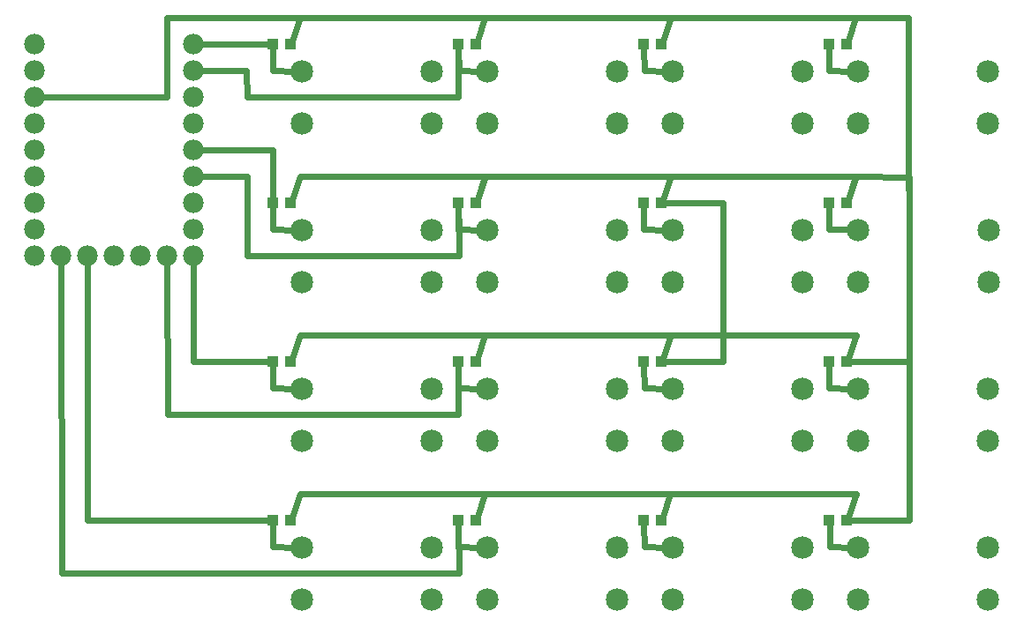
<source format=gtl>
G04 MADE WITH FRITZING*
G04 WWW.FRITZING.ORG*
G04 DOUBLE SIDED*
G04 HOLES PLATED*
G04 CONTOUR ON CENTER OF CONTOUR VECTOR*
%ASAXBY*%
%FSLAX23Y23*%
%MOIN*%
%OFA0B0*%
%SFA1.0B1.0*%
%ADD10C,0.078000*%
%ADD11C,0.085000*%
%ADD12R,0.043307X0.039370*%
%ADD13C,0.024000*%
%LNCOPPER1*%
G90*
G70*
G54D10*
X141Y2298D03*
X141Y2198D03*
X141Y2098D03*
X141Y1998D03*
X141Y1898D03*
X141Y1798D03*
X141Y1698D03*
X141Y1598D03*
X141Y1498D03*
X241Y1498D03*
X341Y1498D03*
X441Y1498D03*
X541Y1498D03*
X641Y1498D03*
X741Y1498D03*
X741Y1598D03*
X741Y1698D03*
X741Y1798D03*
X741Y1898D03*
X741Y1998D03*
X740Y2098D03*
X741Y2198D03*
X741Y2298D03*
G54D11*
X3249Y395D03*
X3249Y198D03*
X3741Y198D03*
X3741Y395D03*
X3249Y395D03*
X3249Y198D03*
X3741Y198D03*
X3741Y395D03*
X2549Y395D03*
X2549Y198D03*
X3041Y198D03*
X3041Y395D03*
X2549Y395D03*
X2549Y198D03*
X3041Y198D03*
X3041Y395D03*
X1849Y395D03*
X1849Y198D03*
X2341Y198D03*
X2341Y395D03*
X1849Y395D03*
X1849Y198D03*
X2341Y198D03*
X2341Y395D03*
X1149Y395D03*
X1149Y198D03*
X1641Y198D03*
X1641Y395D03*
X1149Y395D03*
X1149Y198D03*
X1641Y198D03*
X1641Y395D03*
X3249Y995D03*
X3249Y798D03*
X3741Y798D03*
X3741Y995D03*
X3249Y995D03*
X3249Y798D03*
X3741Y798D03*
X3741Y995D03*
X2549Y995D03*
X2549Y798D03*
X3041Y798D03*
X3041Y995D03*
X2549Y995D03*
X2549Y798D03*
X3041Y798D03*
X3041Y995D03*
X1849Y995D03*
X1849Y798D03*
X2341Y798D03*
X2341Y995D03*
X1849Y995D03*
X1849Y798D03*
X2341Y798D03*
X2341Y995D03*
X1149Y995D03*
X1149Y798D03*
X1641Y798D03*
X1641Y995D03*
X1149Y995D03*
X1149Y798D03*
X1641Y798D03*
X1641Y995D03*
X3250Y1595D03*
X3250Y1398D03*
X3742Y1398D03*
X3742Y1595D03*
X3250Y1595D03*
X3250Y1398D03*
X3742Y1398D03*
X3742Y1595D03*
X2549Y1595D03*
X2549Y1398D03*
X3041Y1398D03*
X3041Y1595D03*
X2549Y1595D03*
X2549Y1398D03*
X3041Y1398D03*
X3041Y1595D03*
X1849Y1595D03*
X1849Y1398D03*
X2341Y1398D03*
X2341Y1595D03*
X1849Y1595D03*
X1849Y1398D03*
X2341Y1398D03*
X2341Y1595D03*
X1149Y1595D03*
X1149Y1398D03*
X1641Y1398D03*
X1641Y1595D03*
X1149Y1595D03*
X1149Y1398D03*
X1641Y1398D03*
X1641Y1595D03*
X3249Y2195D03*
X3249Y1998D03*
X3741Y1998D03*
X3741Y2195D03*
X3249Y2195D03*
X3249Y1998D03*
X3741Y1998D03*
X3741Y2195D03*
X2549Y2195D03*
X2549Y1998D03*
X3041Y1998D03*
X3041Y2195D03*
X2549Y2195D03*
X2549Y1998D03*
X3041Y1998D03*
X3041Y2195D03*
X1849Y2195D03*
X1849Y1998D03*
X2341Y1998D03*
X2341Y2195D03*
X1849Y2195D03*
X1849Y1998D03*
X2341Y1998D03*
X2341Y2195D03*
X1149Y2195D03*
X1149Y1998D03*
X1641Y1998D03*
X1641Y2195D03*
X1149Y2195D03*
X1149Y1998D03*
X1641Y1998D03*
X1641Y2195D03*
G54D12*
X3141Y1098D03*
X3208Y1098D03*
X3141Y498D03*
X3208Y498D03*
X2441Y498D03*
X2508Y498D03*
X1741Y498D03*
X1808Y498D03*
X1041Y498D03*
X1108Y498D03*
X2441Y1098D03*
X2508Y1098D03*
X1741Y1098D03*
X1808Y1098D03*
X1041Y1098D03*
X1108Y1098D03*
X3141Y1698D03*
X3208Y1698D03*
X2441Y1698D03*
X2508Y1698D03*
X1741Y1698D03*
X1808Y1698D03*
X1041Y1698D03*
X1108Y1698D03*
X3141Y2298D03*
X3208Y2298D03*
X2441Y2298D03*
X2508Y2298D03*
X1741Y2298D03*
X1808Y2298D03*
X1041Y2298D03*
X1108Y2298D03*
G54D13*
X2741Y1699D02*
X2741Y1099D01*
D02*
X2741Y1099D02*
X2524Y1098D01*
D02*
X2524Y1698D02*
X2641Y1699D01*
D02*
X2641Y1699D02*
X2741Y1699D01*
D02*
X3443Y499D02*
X3443Y1098D01*
D02*
X3242Y599D02*
X3213Y513D01*
D02*
X2541Y599D02*
X3242Y599D01*
D02*
X2513Y513D02*
X2541Y599D01*
D02*
X3224Y498D02*
X3443Y499D01*
D02*
X3443Y1098D02*
X3224Y1098D01*
D02*
X3242Y1198D02*
X3213Y1113D01*
D02*
X2542Y1198D02*
X3242Y1198D01*
D02*
X1041Y2199D02*
X1041Y2284D01*
D02*
X1126Y2196D02*
X1041Y2199D01*
D02*
X3241Y2399D02*
X2542Y2399D01*
D02*
X3213Y2313D02*
X3241Y2399D01*
D02*
X3141Y2199D02*
X3226Y2196D01*
D02*
X3141Y2284D02*
X3141Y2199D01*
D02*
X2542Y2399D02*
X2513Y2313D01*
D02*
X2442Y2199D02*
X2441Y2284D01*
D02*
X2526Y2196D02*
X2442Y2199D01*
D02*
X1841Y2398D02*
X1813Y2313D01*
D02*
X2513Y2313D02*
X2542Y2398D01*
D02*
X2542Y2398D02*
X1841Y2398D01*
D02*
X1742Y2199D02*
X1741Y2284D01*
D02*
X1826Y2196D02*
X1742Y2199D01*
D02*
X1142Y2398D02*
X1113Y2313D01*
D02*
X1813Y2313D02*
X1841Y2398D01*
D02*
X1841Y2398D02*
X1142Y2398D01*
D02*
X1025Y2298D02*
X760Y2298D01*
D02*
X2441Y1599D02*
X2441Y1684D01*
D02*
X2526Y1596D02*
X2441Y1599D01*
D02*
X1742Y1599D02*
X1741Y1684D01*
D02*
X1826Y1596D02*
X1742Y1599D01*
D02*
X1041Y1599D02*
X1041Y1684D01*
D02*
X1126Y1596D02*
X1041Y1599D01*
D02*
X641Y2099D02*
X160Y2098D01*
D02*
X641Y2398D02*
X641Y2099D01*
D02*
X1142Y2398D02*
X641Y2398D01*
D02*
X3141Y1598D02*
X3141Y1684D01*
D02*
X3241Y1598D02*
X3141Y1598D01*
D02*
X3228Y1602D02*
X3241Y1598D01*
D02*
X1041Y998D02*
X1041Y1084D01*
D02*
X1741Y998D02*
X1741Y1084D01*
D02*
X1826Y996D02*
X1741Y998D01*
D02*
X1126Y996D02*
X1041Y998D01*
D02*
X2442Y998D02*
X2441Y1084D01*
D02*
X2526Y996D02*
X2442Y998D01*
D02*
X1041Y399D02*
X1041Y484D01*
D02*
X1126Y396D02*
X1041Y399D01*
D02*
X1741Y398D02*
X1741Y484D01*
D02*
X1826Y396D02*
X1741Y398D01*
D02*
X3141Y998D02*
X3141Y1084D01*
D02*
X3226Y996D02*
X3141Y998D01*
D02*
X3142Y398D02*
X3142Y499D01*
D02*
X3226Y396D02*
X3142Y398D01*
D02*
X3142Y499D02*
X3141Y498D01*
D02*
X2442Y399D02*
X2441Y484D01*
D02*
X2526Y396D02*
X2442Y399D01*
D02*
X1741Y2098D02*
X942Y2099D01*
D02*
X942Y2099D02*
X941Y2199D01*
D02*
X941Y2199D02*
X760Y2198D01*
D02*
X1741Y2284D02*
X1741Y2098D01*
D02*
X3443Y1797D02*
X3241Y1799D01*
D02*
X3443Y1098D02*
X3443Y1797D01*
D02*
X2542Y1798D02*
X2513Y1713D01*
D02*
X3242Y1798D02*
X2542Y1798D01*
D02*
X3213Y1713D02*
X3242Y1798D01*
D02*
X3241Y1799D02*
X3213Y1713D01*
D02*
X3441Y2399D02*
X3443Y1098D01*
D02*
X3241Y2399D02*
X3441Y2399D01*
D02*
X1840Y1799D02*
X1142Y1799D01*
D02*
X1142Y1799D02*
X1113Y1713D01*
D02*
X1813Y1713D02*
X1840Y1799D01*
D02*
X1142Y1198D02*
X1113Y1113D01*
D02*
X1841Y1198D02*
X1142Y1198D01*
D02*
X1841Y1198D02*
X2542Y1198D01*
D02*
X2542Y1198D02*
X2513Y1113D01*
D02*
X1813Y1113D02*
X1841Y1198D01*
D02*
X1813Y1113D02*
X1841Y1198D01*
D02*
X1842Y1798D02*
X1813Y1713D01*
D02*
X2542Y1798D02*
X1842Y1798D01*
D02*
X2513Y1713D02*
X2542Y1798D01*
D02*
X2541Y598D02*
X1841Y598D01*
D02*
X1841Y598D02*
X1813Y513D01*
D02*
X2513Y513D02*
X2541Y598D01*
D02*
X1841Y598D02*
X1142Y598D01*
D02*
X1142Y598D02*
X1113Y513D01*
D02*
X1813Y513D02*
X1841Y598D01*
D02*
X942Y1798D02*
X942Y1499D01*
D02*
X1040Y1798D02*
X1041Y1713D01*
D02*
X1742Y1499D02*
X1741Y1684D01*
D02*
X760Y1798D02*
X942Y1798D01*
D02*
X942Y1499D02*
X1742Y1499D01*
D02*
X760Y1898D02*
X1040Y1898D01*
D02*
X1040Y1898D02*
X1040Y1798D01*
D02*
X242Y298D02*
X241Y1479D01*
D02*
X1025Y498D02*
X341Y499D01*
D02*
X341Y499D02*
X341Y1479D01*
D02*
X741Y1099D02*
X741Y1479D01*
D02*
X642Y899D02*
X641Y1479D01*
D02*
X1741Y899D02*
X642Y899D01*
D02*
X1741Y1084D02*
X1741Y899D01*
D02*
X1025Y1098D02*
X741Y1099D01*
D02*
X1742Y298D02*
X242Y298D01*
D02*
X1741Y484D02*
X1742Y298D01*
G04 End of Copper1*
M02*
</source>
